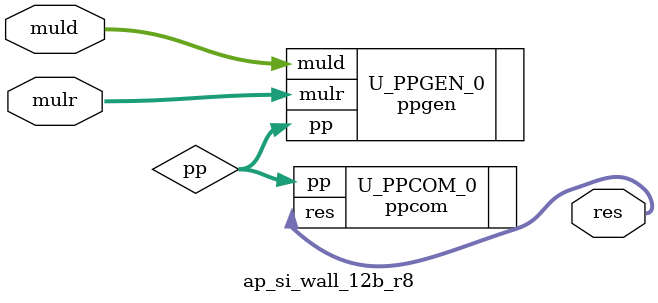
<source format=v>
module ap_si_wall_12b_r8 (
    input  signed [11:0] muld,
    input  signed [11:0] mulr,
    
    output signed [23:0] res
);

wire [143:0] pp;

ppgen #(
    .DW                             (  12                           ))
U_PPGEN_0(
    .muld                           ( muld                          ),
    .mulr                           ( mulr                          ),
    .pp                             ( pp                            )
);


ppcom U_PPCOM_0(
    .pp                             ( pp                            ),
    .res                            ( res                           )
);


endmodule

</source>
